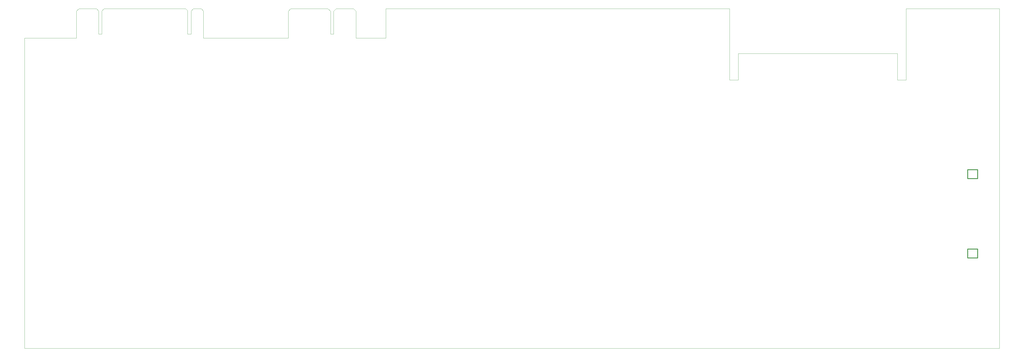
<source format=gbr>
%TF.GenerationSoftware,KiCad,Pcbnew,6.99.0-unknown-a89102fdfc~160~ubuntu20.04.1*%
%TF.CreationDate,2023-02-22T01:11:49+01:00*%
%TF.ProjectId,C64-250469-KiCad,4336342d-3235-4303-9436-392d4b694361,1.0*%
%TF.SameCoordinates,Original*%
%TF.FileFunction,Profile,NP*%
%FSLAX46Y46*%
G04 Gerber Fmt 4.6, Leading zero omitted, Abs format (unit mm)*
G04 Created by KiCad (PCBNEW 6.99.0-unknown-a89102fdfc~160~ubuntu20.04.1) date 2023-02-22 01:11:49*
%MOMM*%
%LPD*%
G01*
G04 APERTURE LIST*
%TA.AperFunction,Profile*%
%ADD10C,0.100000*%
%TD*%
%TA.AperFunction,Profile*%
%ADD11C,0.300000*%
%TD*%
G04 APERTURE END LIST*
D10*
X80285463Y-78232000D02*
X79502000Y-77448498D01*
X139706463Y-77448498D02*
X146691463Y-77448498D01*
X300583663Y-106023498D02*
X300583663Y-95387298D01*
X147707463Y-78496298D02*
X146691463Y-77448498D01*
X44725463Y-78369298D02*
X44725463Y-87640298D01*
X367734963Y-77448498D02*
X405104663Y-77448498D01*
X45995463Y-87640298D02*
X45995463Y-78369298D01*
X137547463Y-78496298D02*
X136404463Y-77448498D01*
X81682463Y-78369298D02*
X82571463Y-77448498D01*
X121545463Y-77448498D02*
X136404463Y-77448498D01*
X120561263Y-78496298D02*
X121545463Y-77448498D01*
X297091263Y-106023498D02*
X300583663Y-106023498D01*
X35835463Y-78369298D02*
X36851463Y-77448498D01*
X137547463Y-87640298D02*
X138690463Y-87640298D01*
X80285463Y-78232000D02*
X80285463Y-87640298D01*
X405104663Y-77448498D02*
X405104663Y-213360000D01*
X15074463Y-89196098D02*
X35835463Y-89196098D01*
X80285463Y-87640298D02*
X81682463Y-87640298D01*
X36851463Y-77448498D02*
X43836463Y-77448498D01*
X300583663Y-95387298D02*
X364242463Y-95387298D01*
X147707463Y-78496298D02*
X147707463Y-89196098D01*
X35835463Y-89196098D02*
X35835463Y-78369298D01*
X367734963Y-106023498D02*
X367734963Y-77448498D01*
D11*
X396324663Y-173655898D02*
X396324663Y-177150298D01*
D10*
X364242463Y-106023498D02*
X367734963Y-106023498D01*
X137547463Y-78496298D02*
X137547463Y-87640298D01*
X86635463Y-89196098D02*
X120561263Y-89196098D01*
X46863000Y-77448498D02*
X79502000Y-77448498D01*
X85746463Y-77448498D02*
X86635463Y-78369298D01*
X44725463Y-78369298D02*
X43836463Y-77448498D01*
X147707463Y-89196098D02*
X159613663Y-89196098D01*
D11*
X396324663Y-145400298D02*
X392384163Y-145400298D01*
D10*
X405104663Y-213360000D02*
X15074463Y-213360000D01*
D11*
X396324663Y-177150298D02*
X392384163Y-177150298D01*
D10*
X297091263Y-77448498D02*
X297091263Y-106023498D01*
X82571463Y-77448498D02*
X85746463Y-77448498D01*
X138690463Y-87640298D02*
X138690463Y-78496298D01*
X86635463Y-78369298D02*
X86635463Y-89196098D01*
X81682463Y-87640298D02*
X81682463Y-78369298D01*
D11*
X392384163Y-145400298D02*
X392384163Y-141905898D01*
X392384163Y-173655898D02*
X396324663Y-173655898D01*
D10*
X159613663Y-77448498D02*
X297091263Y-77448498D01*
D11*
X396324663Y-141905898D02*
X396324663Y-145400298D01*
D10*
X159613663Y-89196098D02*
X159613663Y-77448498D01*
D11*
X392384163Y-177150298D02*
X392384163Y-173655898D01*
D10*
X15074463Y-213360000D02*
X15074463Y-89196098D01*
X138690463Y-78496298D02*
X139706463Y-77448498D01*
X45995463Y-78369298D02*
X46863000Y-77448498D01*
X44725463Y-87640298D02*
X45995463Y-87640298D01*
X364242463Y-95387298D02*
X364242463Y-106023498D01*
D11*
X392384163Y-141905898D02*
X396324663Y-141905898D01*
D10*
X120561263Y-89196098D02*
X120561263Y-78496298D01*
M02*

</source>
